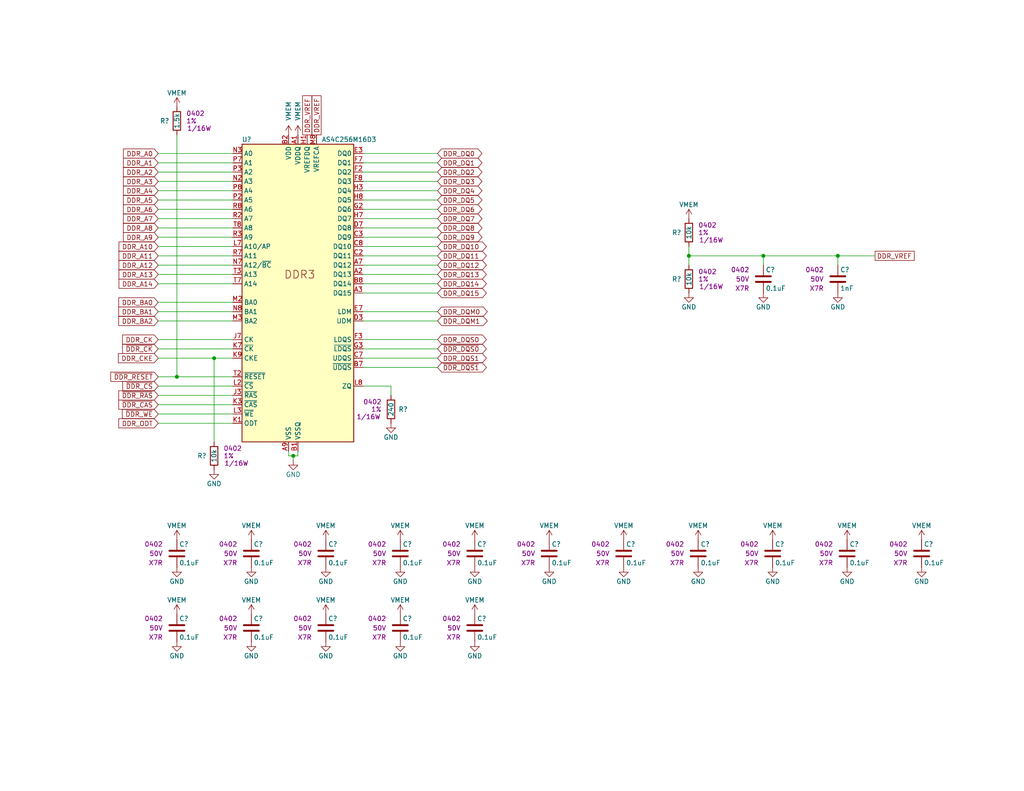
<source format=kicad_sch>
(kicad_sch (version 20211123) (generator eeschema)
  (paper "A")
  (title_block (title "drewSBC") (date "2022-06-26") (rev "PRELIM") (company "Drew Maatman"))
  (lib_symbols
    (symbol "Custom_Library:C_Custom" (pin_numbers hide) (pin_names (offset 0.254))
      (property "Reference" "C" (at 0.635 2.54 0))
      (property "Value" "C_Custom" (at 0.635 -2.54 0))
      (property "display_footprint" "Foot" (at -3.81 2.54 0))
      (property "Voltage" "V" (at -3.81 0 0))
      (property "Dielectric" "Er" (at -3.81 -2.54 0))
      (symbol "C_Custom_0_1"
        (polyline (pts (xy -2.032 -0.762) (xy 2.032 -0.762)) (stroke (width 0.508)))
        (polyline (pts (xy -2.032 0.762) (xy 2.032 0.762)) (stroke (width 0.508)))
      )
      (symbol "C_Custom_1_1"
        (pin passive line (at 0 3.81 270) (length 2.794) (name "~") (number "1"))
        (pin passive line (at 0 -3.81 90) (length 2.794) (name "~") (number "2"))
      )
    )
    (symbol "Custom_Library:R_Custom" (pin_numbers hide) (pin_names (offset 1.016) hide)
      (property "Reference" "R" (at -2.54 0 90))
      (property "Value" "R_Custom" (at 0 0 90))
      (property "display_footprint" "Foot" (at 2.54 0 90))
      (property "Tolerance" "Tol" (at 5.08 0 90))
      (property "Wattage" "W" (at 7.62 0 90))
      (symbol "R_Custom_0_1"
        (rectangle (start 1.016 2.54) (end -1.016 -2.54) (stroke (width 0.254)))
      )
      (symbol "R_Custom_1_1"
        (pin passive line (at 0 3.81 270) (length 1.27) (name "1") (number "1"))
        (pin passive line (at 0 -3.81 90) (length 1.27) (name "2") (number "2"))
      )
    )
    (symbol "Memory_RAM:AS4C256M16D3"
      (property "Reference" "U" (at -13.97 41.91 0))
      (property "Value" "AS4C256M16D3" (at 13.97 41.91 0))
      (symbol "AS4C256M16D3_0_1"
        (rectangle (start -15.24 -40.64) (end 15.24 40.64) (stroke (width 0.254)) (fill (type background)))
        (pin power_in line (at 0 43.18 270) (length 2.54) (name "VDDQ") (number "A1"))
        (pin passive line (at 0 43.18 270) (length 2.54) hide (name "VDDQ") (number "A8"))
        (pin power_in line (at -2.54 -43.18 90) (length 2.54) (name "VSS") (number "A9"))
        (pin power_in line (at 0 -43.18 90) (length 2.54) (name "VSSQ") (number "B1"))
        (pin power_in line (at -2.54 43.18 270) (length 2.54) (name "VDD") (number "B2"))
        (pin passive line (at -2.54 -43.18 90) (length 2.54) hide (name "VSS") (number "B3"))
        (pin passive line (at 0 -43.18 90) (length 2.54) hide (name "VSSQ") (number "B9"))
        (pin passive line (at 0 43.18 270) (length 2.54) hide (name "VDDQ") (number "C1"))
        (pin passive line (at 0 43.18 270) (length 2.54) hide (name "VDDQ") (number "C9"))
        (pin passive line (at 0 -43.18 90) (length 2.54) hide (name "VSSQ") (number "D1"))
        (pin passive line (at 0 43.18 270) (length 2.54) hide (name "VDDQ") (number "D2"))
        (pin passive line (at 0 -43.18 90) (length 2.54) hide (name "VSSQ") (number "D8"))
        (pin passive line (at -2.54 43.18 270) (length 2.54) hide (name "VDD") (number "D9"))
        (pin passive line (at -2.54 -43.18 90) (length 2.54) hide (name "VSS") (number "E1"))
        (pin passive line (at 0 -43.18 90) (length 2.54) hide (name "VSSQ") (number "E2"))
        (pin bidirectional line (at 17.78 38.1 180) (length 2.54) (name "DQ0") (number "E3"))
        (pin passive line (at 0 -43.18 90) (length 2.54) hide (name "VSSQ") (number "E8"))
        (pin passive line (at 0 43.18 270) (length 2.54) hide (name "VDDQ") (number "E9"))
        (pin passive line (at 0 43.18 270) (length 2.54) hide (name "VDDQ") (number "F1"))
        (pin bidirectional line (at 17.78 33.02 180) (length 2.54) (name "DQ2") (number "F2"))
        (pin bidirectional line (at 17.78 35.56 180) (length 2.54) (name "DQ1") (number "F7"))
        (pin bidirectional line (at 17.78 30.48 180) (length 2.54) (name "DQ3") (number "F8"))
        (pin passive line (at 0 -43.18 90) (length 2.54) hide (name "VSSQ") (number "F9"))
        (pin passive line (at 0 -43.18 90) (length 2.54) hide (name "VSSQ") (number "G1"))
        (pin bidirectional line (at 17.78 22.86 180) (length 2.54) (name "DQ6") (number "G2"))
        (pin passive line (at -2.54 43.18 270) (length 2.54) hide (name "VDD") (number "G7"))
        (pin passive line (at -2.54 -43.18 90) (length 2.54) hide (name "VSS") (number "G8"))
        (pin passive line (at 0 -43.18 90) (length 2.54) hide (name "VSSQ") (number "G9"))
        (pin power_in line (at 2.54 43.18 270) (length 2.54) (name "VREFDQ") (number "H1"))
        (pin passive line (at 0 43.18 270) (length 2.54) hide (name "VDDQ") (number "H2"))
        (pin bidirectional line (at 17.78 27.94 180) (length 2.54) (name "DQ4") (number "H3"))
        (pin bidirectional line (at 17.78 20.32 180) (length 2.54) (name "DQ7") (number "H7"))
        (pin bidirectional line (at 17.78 25.4 180) (length 2.54) (name "DQ5") (number "H8"))
        (pin passive line (at 0 43.18 270) (length 2.54) hide (name "VDDQ") (number "H9"))
        (pin passive line (at -2.54 -43.18 90) (length 2.54) hide (name "VSS") (number "J2"))
        (pin passive line (at -2.54 -43.18 90) (length 2.54) hide (name "VSS") (number "J8"))
        (pin passive line (at -2.54 43.18 270) (length 2.54) hide (name "VDD") (number "K2"))
        (pin passive line (at -2.54 43.18 270) (length 2.54) hide (name "VDD") (number "K8"))
        (pin input line (at -17.78 -25.4 0) (length 2.54) (name "~{CS}") (number "L2"))
        (pin input line (at -17.78 12.7 0) (length 2.54) (name "A10/AP") (number "L7"))
        (pin passive line (at -2.54 -43.18 90) (length 2.54) hide (name "VSS") (number "M1"))
        (pin passive line (at -2.54 -43.18 90) (length 2.54) hide (name "VSS") (number "M9"))
        (pin passive line (at -2.54 43.18 270) (length 2.54) hide (name "VDD") (number "N1"))
        (pin input line (at -17.78 30.48 0) (length 2.54) (name "A3") (number "N2"))
        (pin input line (at -17.78 38.1 0) (length 2.54) (name "A0") (number "N3"))
        (pin input line (at -17.78 7.62 0) (length 2.54) (name "A12/~{BC}") (number "N7"))
        (pin passive line (at -2.54 43.18 270) (length 2.54) hide (name "VDD") (number "N9"))
        (pin passive line (at -2.54 -43.18 90) (length 2.54) hide (name "VSS") (number "P1"))
        (pin input line (at -17.78 25.4 0) (length 2.54) (name "A5") (number "P2"))
        (pin input line (at -17.78 33.02 0) (length 2.54) (name "A2") (number "P3"))
        (pin input line (at -17.78 35.56 0) (length 2.54) (name "A1") (number "P7"))
        (pin input line (at -17.78 27.94 0) (length 2.54) (name "A4") (number "P8"))
        (pin passive line (at -2.54 -43.18 90) (length 2.54) hide (name "VSS") (number "P9"))
        (pin passive line (at -2.54 43.18 270) (length 2.54) hide (name "VDD") (number "R1"))
        (pin input line (at -17.78 20.32 0) (length 2.54) (name "A7") (number "R2"))
        (pin input line (at -17.78 15.24 0) (length 2.54) (name "A9") (number "R3"))
        (pin input line (at -17.78 10.16 0) (length 2.54) (name "A11") (number "R7"))
        (pin input line (at -17.78 22.86 0) (length 2.54) (name "A6") (number "R8"))
        (pin passive line (at -2.54 43.18 270) (length 2.54) hide (name "VDD") (number "R9"))
        (pin passive line (at -2.54 -43.18 90) (length 2.54) hide (name "VSS") (number "T1"))
        (pin input line (at -17.78 -22.86 0) (length 2.54) (name "~{RESET}") (number "T2"))
        (pin input line (at -17.78 5.08 0) (length 2.54) (name "A13") (number "T3"))
        (pin input line (at -17.78 2.54 0) (length 2.54) (name "A14") (number "T7"))
        (pin input line (at -17.78 17.78 0) (length 2.54) (name "A8") (number "T8"))
        (pin passive line (at -2.54 -43.18 90) (length 2.54) hide (name "VSS") (number "T9"))
      )
      (symbol "AS4C256M16D3_1_1"
        (text "DDR3" (at -3.81 3.81 0) (effects (font (size 2.1336 2.1336)) (justify left bottom)))
        (pin bidirectional line (at 17.78 5.08 180) (length 2.54) (name "DQ13") (number "A2"))
        (pin bidirectional line (at 17.78 0 180) (length 2.54) (name "DQ15") (number "A3"))
        (pin bidirectional line (at 17.78 7.62 180) (length 2.54) (name "DQ12") (number "A7"))
        (pin bidirectional line (at 17.78 -20.32 180) (length 2.54) (name "~{UDQS}") (number "B7"))
        (pin bidirectional line (at 17.78 2.54 180) (length 2.54) (name "DQ14") (number "B8"))
        (pin bidirectional line (at 17.78 10.16 180) (length 2.54) (name "DQ11") (number "C2"))
        (pin bidirectional line (at 17.78 15.24 180) (length 2.54) (name "DQ9") (number "C3"))
        (pin bidirectional line (at 17.78 -17.78 180) (length 2.54) (name "UDQS") (number "C7"))
        (pin bidirectional line (at 17.78 12.7 180) (length 2.54) (name "DQ10") (number "C8"))
        (pin input line (at 17.78 -7.62 180) (length 2.54) (name "UDM") (number "D3"))
        (pin bidirectional line (at 17.78 17.78 180) (length 2.54) (name "DQ8") (number "D7"))
        (pin input line (at 17.78 -5.08 180) (length 2.54) (name "LDM") (number "E7"))
        (pin bidirectional line (at 17.78 -12.7 180) (length 2.54) (name "LDQS") (number "F3"))
        (pin bidirectional line (at 17.78 -15.24 180) (length 2.54) (name "~{LDQS}") (number "G3"))
        (pin no_connect line (at 15.24 -27.94 180) (length 2.54) hide (name "NC") (number "J1"))
        (pin input line (at -17.78 -27.94 0) (length 2.54) (name "~{RAS}") (number "J3"))
        (pin input line (at -17.78 -12.7 0) (length 2.54) (name "CK") (number "J7"))
        (pin no_connect line (at 15.24 -30.48 180) (length 2.54) hide (name "NC") (number "J9"))
        (pin input line (at -17.78 -35.56 0) (length 2.54) (name "ODT") (number "K1"))
        (pin input line (at -17.78 -30.48 0) (length 2.54) (name "~{CAS}") (number "K3"))
        (pin input line (at -17.78 -15.24 0) (length 2.54) (name "~{CK}") (number "K7"))
        (pin input line (at -17.78 -17.78 0) (length 2.54) (name "CKE") (number "K9"))
        (pin no_connect line (at 15.24 -33.02 180) (length 2.54) hide (name "NC") (number "L1"))
        (pin input line (at -17.78 -33.02 0) (length 2.54) (name "~{WE}") (number "L3"))
        (pin input line (at 17.78 -25.4 180) (length 2.54) (name "ZQ") (number "L8"))
        (pin no_connect line (at 15.24 -35.56 180) (length 2.54) hide (name "NC") (number "L9"))
        (pin input line (at -17.78 -2.54 0) (length 2.54) (name "BA0") (number "M2"))
        (pin input line (at -17.78 -7.62 0) (length 2.54) (name "BA2") (number "M3"))
        (pin no_connect line (at 15.24 -38.1 180) (length 2.54) hide (name "NC") (number "M7"))
        (pin power_in line (at 5.08 43.18 270) (length 2.54) (name "VREFCA") (number "M8"))
        (pin input line (at -17.78 -5.08 0) (length 2.54) (name "BA1") (number "N8"))
      )
    )
    (symbol "power:GND" (power) (pin_names (offset 0))
      (property "Value" "GND" (at 0 -3.81 0))
      (symbol "GND_0_1"
        (polyline (pts (xy 0 0) (xy 0 -1.27) (xy 1.27 -1.27) (xy 0 -2.54) (xy -1.27 -1.27) (xy 0 -1.27)))
      )
      (symbol "GND_1_1"
        (pin power_in line (at 0 0 270) (length 0) hide (name "GND") (number "1"))
      )
    )
    (symbol "power:VMEM" (power) (pin_names (offset 0))
      (property "Value" "VMEM" (at 0 3.81 0))
      (symbol "VMEM_0_1"
        (polyline (pts (xy -0.762 1.27) (xy 0 2.54)))
        (polyline (pts (xy 0 0) (xy 0 2.54)))
        (polyline (pts (xy 0 2.54) (xy 0.762 1.27)))
      )
      (symbol "VMEM_1_1"
        (pin power_in line (at 0 0 90) (length 0) hide (name "VMEM") (number "1"))
      )
    )
  )
  (junction (at 187.96 69.85))
  (junction (at 80.01 124.46))
  (junction (at 58.42 97.79))
  (junction (at 228.6 69.85))
  (junction (at 48.26 102.87))
  (junction (at 208.28 69.85))
  (wire (pts (xy 43.18 67.31) (xy 63.5 67.31)))
  (wire (pts (xy 43.18 54.61) (xy 63.5 54.61)))
  (wire (pts (xy 99.06 41.91) (xy 119.38 41.91)))
  (wire (pts (xy 43.18 92.71) (xy 63.5 92.71)))
  (wire (pts (xy 99.06 80.01) (xy 119.38 80.01)))
  (wire (pts (xy 99.06 95.25) (xy 119.38 95.25)))
  (wire (pts (xy 99.06 59.69) (xy 119.38 59.69)))
  (wire (pts (xy 187.96 67.31) (xy 187.96 69.85)))
  (wire (pts (xy 99.06 92.71) (xy 119.38 92.71)))
  (wire (pts (xy 43.18 49.53) (xy 63.5 49.53)))
  (wire (pts (xy 43.18 72.39) (xy 63.5 72.39)))
  (wire (pts (xy 99.06 49.53) (xy 119.38 49.53)))
  (wire (pts (xy 43.18 46.99) (xy 63.5 46.99)))
  (wire (pts (xy 58.42 97.79) (xy 58.42 120.65)))
  (wire (pts (xy 99.06 72.39) (xy 119.38 72.39)))
  (wire (pts (xy 228.6 69.85) (xy 208.28 69.85)))
  (wire (pts (xy 106.68 107.95) (xy 106.68 105.41)))
  (wire (pts (xy 208.28 72.39) (xy 208.28 69.85)))
  (wire (pts (xy 43.18 57.15) (xy 63.5 57.15)))
  (wire (pts (xy 43.18 74.93) (xy 63.5 74.93)))
  (wire (pts (xy 99.06 74.93) (xy 119.38 74.93)))
  (wire (pts (xy 81.28 124.46) (xy 81.28 123.19)))
  (wire (pts (xy 43.18 110.49) (xy 63.5 110.49)))
  (wire (pts (xy 43.18 115.57) (xy 63.5 115.57)))
  (wire (pts (xy 43.18 95.25) (xy 63.5 95.25)))
  (wire (pts (xy 48.26 102.87) (xy 63.5 102.87)))
  (wire (pts (xy 80.01 124.46) (xy 78.74 124.46)))
  (wire (pts (xy 80.01 124.46) (xy 81.28 124.46)))
  (wire (pts (xy 208.28 69.85) (xy 187.96 69.85)))
  (wire (pts (xy 43.18 77.47) (xy 63.5 77.47)))
  (wire (pts (xy 43.18 82.55) (xy 63.5 82.55)))
  (wire (pts (xy 99.06 54.61) (xy 119.38 54.61)))
  (wire (pts (xy 99.06 100.33) (xy 119.38 100.33)))
  (wire (pts (xy 99.06 46.99) (xy 119.38 46.99)))
  (wire (pts (xy 80.01 125.73) (xy 80.01 124.46)))
  (wire (pts (xy 78.74 124.46) (xy 78.74 123.19)))
  (wire (pts (xy 48.26 36.83) (xy 48.26 102.87)))
  (wire (pts (xy 43.18 62.23) (xy 63.5 62.23)))
  (wire (pts (xy 99.06 87.63) (xy 119.38 87.63)))
  (wire (pts (xy 43.18 97.79) (xy 58.42 97.79)))
  (wire (pts (xy 228.6 72.39) (xy 228.6 69.85)))
  (wire (pts (xy 99.06 64.77) (xy 119.38 64.77)))
  (wire (pts (xy 99.06 67.31) (xy 119.38 67.31)))
  (wire (pts (xy 187.96 69.85) (xy 187.96 72.39)))
  (wire (pts (xy 43.18 69.85) (xy 63.5 69.85)))
  (wire (pts (xy 99.06 69.85) (xy 119.38 69.85)))
  (wire (pts (xy 43.18 87.63) (xy 63.5 87.63)))
  (wire (pts (xy 99.06 97.79) (xy 119.38 97.79)))
  (wire (pts (xy 43.18 105.41) (xy 63.5 105.41)))
  (wire (pts (xy 43.18 85.09) (xy 63.5 85.09)))
  (wire (pts (xy 99.06 44.45) (xy 119.38 44.45)))
  (wire (pts (xy 43.18 107.95) (xy 63.5 107.95)))
  (wire (pts (xy 99.06 77.47) (xy 119.38 77.47)))
  (wire (pts (xy 43.18 64.77) (xy 63.5 64.77)))
  (wire (pts (xy 43.18 113.03) (xy 63.5 113.03)))
  (wire (pts (xy 43.18 59.69) (xy 63.5 59.69)))
  (wire (pts (xy 43.18 102.87) (xy 48.26 102.87)))
  (wire (pts (xy 106.68 105.41) (xy 99.06 105.41)))
  (wire (pts (xy 99.06 62.23) (xy 119.38 62.23)))
  (wire (pts (xy 58.42 97.79) (xy 63.5 97.79)))
  (wire (pts (xy 99.06 57.15) (xy 119.38 57.15)))
  (wire (pts (xy 99.06 85.09) (xy 119.38 85.09)))
  (wire (pts (xy 43.18 44.45) (xy 63.5 44.45)))
  (wire (pts (xy 43.18 52.07) (xy 63.5 52.07)))
  (wire (pts (xy 99.06 52.07) (xy 119.38 52.07)))
  (wire (pts (xy 43.18 41.91) (xy 63.5 41.91)))
  (wire (pts (xy 228.6 69.85) (xy 238.76 69.85)))
  (global_label "DDR_A12" (shape input) (at 43.18 72.39 180) (property "Intersheet References" "${INTERSHEET_REFS}" (at 33.6912 72.3106 0) (effects (justify right))))
  (global_label "DDR_A6" (shape input) (at 43.18 57.15 180) (property "Intersheet References" "${INTERSHEET_REFS}" (at 33.6912 57.0706 0) (effects (justify right))))
  (global_label "~{DDR_WE}" (shape input) (at 43.18 113.03 180) (property "Intersheet References" "${INTERSHEET_REFS}" (at 33.3888 112.9506 0) (effects (justify right))))
  (global_label "DDR_A5" (shape input) (at 43.18 54.61 180) (property "Intersheet References" "${INTERSHEET_REFS}" (at 33.6912 54.5306 0) (effects (justify right))))
  (global_label "DDR_VREF" (shape passive) (at 86.36 36.83 90) (property "Intersheet References" "${INTERSHEET_REFS}" (at 86.2806 25.0431 90) (effects (justify left))))
  (global_label "DDR_A13" (shape input) (at 43.18 74.93 180) (property "Intersheet References" "${INTERSHEET_REFS}" (at 33.6912 74.8506 0) (effects (justify right))))
  (global_label "DDR_A4" (shape input) (at 43.18 52.07 180) (property "Intersheet References" "${INTERSHEET_REFS}" (at 33.6912 51.9906 0) (effects (justify right))))
  (global_label "DDR_DQ1" (shape bidirectional) (at 119.38 44.45 0) (property "Intersheet References" "${INTERSHEET_REFS}" (at 130.3807 44.3706 0) (effects (justify left))))
  (global_label "~{DDR_RESET}" (shape input) (at 43.18 102.87 180) (property "Intersheet References" "${INTERSHEET_REFS}" (at 30.244 102.7906 0) (effects (justify right))))
  (global_label "DDR_DQ0" (shape bidirectional) (at 119.38 41.91 0) (property "Intersheet References" "${INTERSHEET_REFS}" (at 130.3807 41.8306 0) (effects (justify left))))
  (global_label "DDR_DQ2" (shape bidirectional) (at 119.38 46.99 0) (property "Intersheet References" "${INTERSHEET_REFS}" (at 130.3807 46.9106 0) (effects (justify left))))
  (global_label "DDR_DQ8" (shape bidirectional) (at 119.38 62.23 0) (property "Intersheet References" "${INTERSHEET_REFS}" (at 130.3807 62.1506 0) (effects (justify left))))
  (global_label "DDR_DQ9" (shape bidirectional) (at 119.38 64.77 0) (property "Intersheet References" "${INTERSHEET_REFS}" (at 130.3807 64.6906 0) (effects (justify left))))
  (global_label "DDR_DQ6" (shape bidirectional) (at 119.38 57.15 0) (property "Intersheet References" "${INTERSHEET_REFS}" (at 130.3807 57.0706 0) (effects (justify left))))
  (global_label "DDR_CKE" (shape input) (at 43.18 97.79 180) (property "Intersheet References" "${INTERSHEET_REFS}" (at 32.3002 97.7106 0) (effects (justify right))))
  (global_label "DDR_A2" (shape input) (at 43.18 46.99 180) (property "Intersheet References" "${INTERSHEET_REFS}" (at 33.6912 46.9106 0) (effects (justify right))))
  (global_label "DDR_DQ3" (shape bidirectional) (at 119.38 49.53 0) (property "Intersheet References" "${INTERSHEET_REFS}" (at 130.3807 49.4506 0) (effects (justify left))))
  (global_label "DDR_BA0" (shape input) (at 43.18 82.55 180) (property "Intersheet References" "${INTERSHEET_REFS}" (at 32.4212 82.4706 0) (effects (justify right))))
  (global_label "DDR_A11" (shape input) (at 43.18 69.85 180) (property "Intersheet References" "${INTERSHEET_REFS}" (at 33.6912 69.7706 0) (effects (justify right))))
  (global_label "DDR_VREF" (shape passive) (at 238.76 69.85 0) (property "Intersheet References" "${INTERSHEET_REFS}" (at 250.5469 69.7706 0) (effects (justify left))))
  (global_label "~{DDR_DQS0}" (shape bidirectional) (at 119.38 95.25 0) (property "Intersheet References" "${INTERSHEET_REFS}" (at 131.5902 95.1706 0) (effects (justify left))))
  (global_label "~{DDR_CK}" (shape input) (at 43.18 95.25 180) (property "Intersheet References" "${INTERSHEET_REFS}" (at 33.4493 95.1706 0) (effects (justify right))))
  (global_label "DDR_DQ10" (shape bidirectional) (at 119.38 67.31 0) (property "Intersheet References" "${INTERSHEET_REFS}" (at 130.3807 67.2306 0) (effects (justify left))))
  (global_label "DDR_DQ13" (shape bidirectional) (at 119.38 74.93 0) (property "Intersheet References" "${INTERSHEET_REFS}" (at 130.3807 74.8506 0) (effects (justify left))))
  (global_label "~{DDR_CS}" (shape input) (at 43.18 105.41 180) (property "Intersheet References" "${INTERSHEET_REFS}" (at 33.5098 105.3306 0) (effects (justify right))))
  (global_label "DDR_ODT" (shape input) (at 43.18 115.57 180) (property "Intersheet References" "${INTERSHEET_REFS}" (at 32.4212 115.4906 0) (effects (justify right))))
  (global_label "DDR_A3" (shape input) (at 43.18 49.53 180) (property "Intersheet References" "${INTERSHEET_REFS}" (at 33.6912 49.4506 0) (effects (justify right))))
  (global_label "DDR_A9" (shape input) (at 43.18 64.77 180) (property "Intersheet References" "${INTERSHEET_REFS}" (at 33.6912 64.6906 0) (effects (justify right))))
  (global_label "DDR_DQM1" (shape bidirectional) (at 119.38 87.63 0) (property "Intersheet References" "${INTERSHEET_REFS}" (at 131.8321 87.5506 0) (effects (justify left))))
  (global_label "DDR_A0" (shape input) (at 43.18 41.91 180) (property "Intersheet References" "${INTERSHEET_REFS}" (at 33.6912 41.8306 0) (effects (justify right))))
  (global_label "~{DDR_DQS1}" (shape bidirectional) (at 119.38 100.33 0) (property "Intersheet References" "${INTERSHEET_REFS}" (at 131.5902 100.2506 0) (effects (justify left))))
  (global_label "~{DDR_RAS}" (shape input) (at 43.18 107.95 180) (property "Intersheet References" "${INTERSHEET_REFS}" (at 32.4212 107.8706 0) (effects (justify right))))
  (global_label "DDR_DQS1" (shape bidirectional) (at 119.38 97.79 0) (property "Intersheet References" "${INTERSHEET_REFS}" (at 131.5902 97.7106 0) (effects (justify left))))
  (global_label "DDR_DQ12" (shape bidirectional) (at 119.38 72.39 0) (property "Intersheet References" "${INTERSHEET_REFS}" (at 130.3807 72.3106 0) (effects (justify left))))
  (global_label "DDR_DQS0" (shape bidirectional) (at 119.38 92.71 0) (property "Intersheet References" "${INTERSHEET_REFS}" (at 131.5902 92.6306 0) (effects (justify left))))
  (global_label "DDR_DQ4" (shape bidirectional) (at 119.38 52.07 0) (property "Intersheet References" "${INTERSHEET_REFS}" (at 130.3807 51.9906 0) (effects (justify left))))
  (global_label "DDR_DQ7" (shape bidirectional) (at 119.38 59.69 0) (property "Intersheet References" "${INTERSHEET_REFS}" (at 130.3807 59.6106 0) (effects (justify left))))
  (global_label "DDR_BA2" (shape input) (at 43.18 87.63 180) (property "Intersheet References" "${INTERSHEET_REFS}" (at 32.4212 87.5506 0) (effects (justify right))))
  (global_label "DDR_DQ11" (shape bidirectional) (at 119.38 69.85 0) (property "Intersheet References" "${INTERSHEET_REFS}" (at 130.3807 69.7706 0) (effects (justify left))))
  (global_label "DDR_DQ14" (shape bidirectional) (at 119.38 77.47 0) (property "Intersheet References" "${INTERSHEET_REFS}" (at 130.3807 77.3906 0) (effects (justify left))))
  (global_label "DDR_BA1" (shape input) (at 43.18 85.09 180) (property "Intersheet References" "${INTERSHEET_REFS}" (at 32.4212 85.0106 0) (effects (justify right))))
  (global_label "DDR_A10" (shape input) (at 43.18 67.31 180) (property "Intersheet References" "${INTERSHEET_REFS}" (at 33.6912 67.2306 0) (effects (justify right))))
  (global_label "~{DDR_CAS}" (shape input) (at 43.18 110.49 180) (property "Intersheet References" "${INTERSHEET_REFS}" (at 32.4212 110.4106 0) (effects (justify right))))
  (global_label "DDR_VREF" (shape passive) (at 83.82 36.83 90) (property "Intersheet References" "${INTERSHEET_REFS}" (at 83.7406 25.0431 90) (effects (justify left))))
  (global_label "DDR_A1" (shape input) (at 43.18 44.45 180) (property "Intersheet References" "${INTERSHEET_REFS}" (at 33.6912 44.3706 0) (effects (justify right))))
  (global_label "DDR_DQ5" (shape bidirectional) (at 119.38 54.61 0) (property "Intersheet References" "${INTERSHEET_REFS}" (at 130.3807 54.5306 0) (effects (justify left))))
  (global_label "DDR_A14" (shape input) (at 43.18 77.47 180) (property "Intersheet References" "${INTERSHEET_REFS}" (at 33.6912 77.3906 0) (effects (justify right))))
  (global_label "DDR_A8" (shape input) (at 43.18 62.23 180) (property "Intersheet References" "${INTERSHEET_REFS}" (at 33.6912 62.1506 0) (effects (justify right))))
  (global_label "DDR_DQM0" (shape bidirectional) (at 119.38 85.09 0) (property "Intersheet References" "${INTERSHEET_REFS}" (at 131.8321 85.0106 0) (effects (justify left))))
  (global_label "DDR_DQ15" (shape bidirectional) (at 119.38 80.01 0) (property "Intersheet References" "${INTERSHEET_REFS}" (at 130.3807 79.9306 0) (effects (justify left))))
  (global_label "DDR_A7" (shape input) (at 43.18 59.69 180) (property "Intersheet References" "${INTERSHEET_REFS}" (at 33.6912 59.6106 0) (effects (justify right))))
  (global_label "DDR_CK" (shape input) (at 43.18 92.71 180) (property "Intersheet References" "${INTERSHEET_REFS}" (at 33.4493 92.6306 0) (effects (justify right))))
  (symbol (lib_id "Custom_Library:C_Custom") (at 48.26 151.13 0) (unit 1)
    (property "Reference" "C?" (at 48.895 148.59 0) (effects (justify left)))
    (property "Value" "0.1uF" (at 48.895 153.67 0) (effects (justify left)))
    (property "Footprint" "Capacitors_SMD:C_0402" (effects hide))
    (property "display_footprint" "0402" (at 44.45 148.59 0) (effects (justify right)))
    (property "Voltage" "50V" (at 44.45 151.13 0) (effects (justify right)))
    (property "Dielectric" "X7R" (at 44.45 153.67 0) (effects (justify right)))
    (property "Digi-Key PN" "490-10698-1-ND" (effects hide))
  )
  (symbol (lib_id "power:GND") (at 58.42 128.27 0) (unit 1)
    (property "Reference" "#PWR?" (effects hide))
    (property "Value" "GND" (at 58.42 132.08 0))
  )
  (symbol (lib_id "Custom_Library:C_Custom") (at 228.6 76.2 0) (unit 1)
    (property "Reference" "C?" (at 229.235 73.66 0) (effects (justify left)))
    (property "Value" "1nF" (at 229.235 78.74 0) (effects (justify left)))
    (property "Footprint" "Capacitors_SMD:C_0402" (effects hide))
    (property "display_footprint" "0402" (at 224.79 73.66 0) (effects (justify right)))
    (property "Voltage" "50V" (at 224.79 76.2 0) (effects (justify right)))
    (property "Dielectric" "X7R" (at 224.79 78.74 0) (effects (justify right)))
  )
  (symbol (lib_id "Custom_Library:C_Custom") (at 48.26 171.45 0) (unit 1)
    (property "Reference" "C?" (at 48.895 168.91 0) (effects (justify left)))
    (property "Value" "0.1uF" (at 48.895 173.99 0) (effects (justify left)))
    (property "Footprint" "Capacitors_SMD:C_0402" (effects hide))
    (property "display_footprint" "0402" (at 44.45 168.91 0) (effects (justify right)))
    (property "Voltage" "50V" (at 44.45 171.45 0) (effects (justify right)))
    (property "Dielectric" "X7R" (at 44.45 173.99 0) (effects (justify right)))
    (property "Digi-Key PN" "490-10698-1-ND" (effects hide))
  )
  (symbol (lib_id "Custom_Library:C_Custom") (at 129.54 171.45 0) (unit 1)
    (property "Reference" "C?" (at 130.175 168.91 0) (effects (justify left)))
    (property "Value" "0.1uF" (at 130.175 173.99 0) (effects (justify left)))
    (property "Footprint" "Capacitors_SMD:C_0402" (effects hide))
    (property "display_footprint" "0402" (at 125.73 168.91 0) (effects (justify right)))
    (property "Voltage" "50V" (at 125.73 171.45 0) (effects (justify right)))
    (property "Dielectric" "X7R" (at 125.73 173.99 0) (effects (justify right)))
    (property "Digi-Key PN" "490-10698-1-ND" (effects hide))
  )
  (symbol (lib_id "power:VMEM") (at 88.9 147.32 0) (unit 1)
    (property "Reference" "#PWR?" (effects hide))
    (property "Value" "VMEM" (at 88.9 143.51 0))
  )
  (symbol (lib_id "Custom_Library:C_Custom") (at 170.18 151.13 0) (unit 1)
    (property "Reference" "C?" (at 170.815 148.59 0) (effects (justify left)))
    (property "Value" "0.1uF" (at 170.815 153.67 0) (effects (justify left)))
    (property "Footprint" "Capacitors_SMD:C_0402" (effects hide))
    (property "display_footprint" "0402" (at 166.37 148.59 0) (effects (justify right)))
    (property "Voltage" "50V" (at 166.37 151.13 0) (effects (justify right)))
    (property "Dielectric" "X7R" (at 166.37 153.67 0) (effects (justify right)))
    (property "Digi-Key PN" "490-10698-1-ND" (effects hide))
  )
  (symbol (lib_id "Custom_Library:R_Custom") (at 48.26 33.02 0) (unit 1)
    (property "Reference" "R?" (at 46.228 33.02 0) (effects (justify right)))
    (property "Value" "1.5k" (at 48.26 33.02 90))
    (property "Footprint" "Resistors_SMD:R_0402" (effects hide))
    (property "display_footprint" "0402" (at 50.8 30.988 0) (effects (justify left)))
    (property "Tolerance" "1%" (at 50.8 33.02 0) (effects (justify left)))
    (property "Wattage" "1/16W" (at 51.054 35.052 0) (effects (justify left)))
  )
  (symbol (lib_id "power:VMEM") (at 68.58 167.64 0) (unit 1)
    (property "Reference" "#PWR?" (effects hide))
    (property "Value" "VMEM" (at 68.58 163.83 0))
  )
  (symbol (lib_id "Custom_Library:C_Custom") (at 210.82 151.13 0) (unit 1)
    (property "Reference" "C?" (at 211.455 148.59 0) (effects (justify left)))
    (property "Value" "0.1uF" (at 211.455 153.67 0) (effects (justify left)))
    (property "Footprint" "Capacitors_SMD:C_0402" (effects hide))
    (property "display_footprint" "0402" (at 207.01 148.59 0) (effects (justify right)))
    (property "Voltage" "50V" (at 207.01 151.13 0) (effects (justify right)))
    (property "Dielectric" "X7R" (at 207.01 153.67 0) (effects (justify right)))
    (property "Digi-Key PN" "490-10698-1-ND" (effects hide))
  )
  (symbol (lib_id "Custom_Library:R_Custom") (at 58.42 124.46 0) (unit 1)
    (property "Reference" "R?" (at 56.388 124.46 0) (effects (justify right)))
    (property "Value" "10k" (at 58.42 124.46 90))
    (property "Footprint" "Resistors_SMD:R_0402" (effects hide))
    (property "display_footprint" "0402" (at 60.96 122.428 0) (effects (justify left)))
    (property "Tolerance" "1%" (at 60.96 124.46 0) (effects (justify left)))
    (property "Wattage" "1/16W" (at 61.214 126.492 0) (effects (justify left)))
    (property "Digi-Key PN" "RMCF0402FT10K0CT-ND" (effects hide))
  )
  (symbol (lib_id "power:VMEM") (at 251.46 147.32 0) (unit 1)
    (property "Reference" "#PWR?" (effects hide))
    (property "Value" "VMEM" (at 251.46 143.51 0))
  )
  (symbol (lib_id "power:VMEM") (at 149.86 147.32 0) (unit 1)
    (property "Reference" "#PWR?" (effects hide))
    (property "Value" "VMEM" (at 149.86 143.51 0))
  )
  (symbol (lib_id "power:VMEM") (at 109.22 147.32 0) (unit 1)
    (property "Reference" "#PWR?" (effects hide))
    (property "Value" "VMEM" (at 109.22 143.51 0))
  )
  (symbol (lib_id "power:GND") (at 129.54 154.94 0) (unit 1)
    (property "Reference" "#PWR?" (effects hide))
    (property "Value" "GND" (at 129.54 158.75 0))
  )
  (symbol (lib_id "power:GND") (at 228.6 80.01 0) (unit 1)
    (property "Reference" "#PWR?" (effects hide))
    (property "Value" "GND" (at 228.6 83.82 0))
  )
  (symbol (lib_id "power:GND") (at 48.26 154.94 0) (unit 1)
    (property "Reference" "#PWR?" (effects hide))
    (property "Value" "GND" (at 48.26 158.75 0))
  )
  (symbol (lib_id "power:VMEM") (at 48.26 167.64 0) (unit 1)
    (property "Reference" "#PWR?" (effects hide))
    (property "Value" "VMEM" (at 48.26 163.83 0))
  )
  (symbol (lib_id "Custom_Library:C_Custom") (at 251.46 151.13 0) (unit 1)
    (property "Reference" "C?" (at 252.095 148.59 0) (effects (justify left)))
    (property "Value" "0.1uF" (at 252.095 153.67 0) (effects (justify left)))
    (property "Footprint" "Capacitors_SMD:C_0402" (effects hide))
    (property "display_footprint" "0402" (at 247.65 148.59 0) (effects (justify right)))
    (property "Voltage" "50V" (at 247.65 151.13 0) (effects (justify right)))
    (property "Dielectric" "X7R" (at 247.65 153.67 0) (effects (justify right)))
    (property "Digi-Key PN" "490-10698-1-ND" (effects hide))
  )
  (symbol (lib_id "power:VMEM") (at 129.54 167.64 0) (unit 1)
    (property "Reference" "#PWR?" (effects hide))
    (property "Value" "VMEM" (at 129.54 163.83 0))
  )
  (symbol (lib_id "Custom_Library:C_Custom") (at 109.22 151.13 0) (unit 1)
    (property "Reference" "C?" (at 109.855 148.59 0) (effects (justify left)))
    (property "Value" "0.1uF" (at 109.855 153.67 0) (effects (justify left)))
    (property "Footprint" "Capacitors_SMD:C_0402" (effects hide))
    (property "display_footprint" "0402" (at 105.41 148.59 0) (effects (justify right)))
    (property "Voltage" "50V" (at 105.41 151.13 0) (effects (justify right)))
    (property "Dielectric" "X7R" (at 105.41 153.67 0) (effects (justify right)))
    (property "Digi-Key PN" "490-10698-1-ND" (effects hide))
  )
  (symbol (lib_id "power:GND") (at 88.9 175.26 0) (unit 1)
    (property "Reference" "#PWR?" (effects hide))
    (property "Value" "GND" (at 88.9 179.07 0))
  )
  (symbol (lib_id "power:GND") (at 251.46 154.94 0) (unit 1)
    (property "Reference" "#PWR?" (effects hide))
    (property "Value" "GND" (at 251.46 158.75 0))
  )
  (symbol (lib_id "Custom_Library:C_Custom") (at 68.58 171.45 0) (unit 1)
    (property "Reference" "C?" (at 69.215 168.91 0) (effects (justify left)))
    (property "Value" "0.1uF" (at 69.215 173.99 0) (effects (justify left)))
    (property "Footprint" "Capacitors_SMD:C_0402" (effects hide))
    (property "display_footprint" "0402" (at 64.77 168.91 0) (effects (justify right)))
    (property "Voltage" "50V" (at 64.77 171.45 0) (effects (justify right)))
    (property "Dielectric" "X7R" (at 64.77 173.99 0) (effects (justify right)))
    (property "Digi-Key PN" "490-10698-1-ND" (effects hide))
  )
  (symbol (lib_id "power:GND") (at 48.26 175.26 0) (unit 1)
    (property "Reference" "#PWR?" (effects hide))
    (property "Value" "GND" (at 48.26 179.07 0))
  )
  (symbol (lib_id "Memory_RAM:AS4C256M16D3") (at 81.28 80.01 0) (unit 1)
    (property "Reference" "U?" (at 67.31 38.1 0))
    (property "Value" "AS4C256M16D3" (at 95.25 38.1 0))
    (property "Footprint" "Package_BGA:BGA-96_9.0x13.0mm_Layout2x3x16_P0.8mm" (effects hide))
    (property "Datasheet" "https://www.alliancememory.com/wp-content/uploads/pdf/ddr3/4GB-AS4C256M16D3.pdf" (effects hide))
  )
  (symbol (lib_id "power:GND") (at 109.22 175.26 0) (unit 1)
    (property "Reference" "#PWR?" (effects hide))
    (property "Value" "GND" (at 109.22 179.07 0))
  )
  (symbol (lib_id "Custom_Library:C_Custom") (at 129.54 151.13 0) (unit 1)
    (property "Reference" "C?" (at 130.175 148.59 0) (effects (justify left)))
    (property "Value" "0.1uF" (at 130.175 153.67 0) (effects (justify left)))
    (property "Footprint" "Capacitors_SMD:C_0402" (effects hide))
    (property "display_footprint" "0402" (at 125.73 148.59 0) (effects (justify right)))
    (property "Voltage" "50V" (at 125.73 151.13 0) (effects (justify right)))
    (property "Dielectric" "X7R" (at 125.73 153.67 0) (effects (justify right)))
    (property "Digi-Key PN" "490-10698-1-ND" (effects hide))
  )
  (symbol (lib_id "power:VMEM") (at 190.5 147.32 0) (unit 1)
    (property "Reference" "#PWR?" (effects hide))
    (property "Value" "VMEM" (at 190.5 143.51 0))
  )
  (symbol (lib_id "power:GND") (at 231.14 154.94 0) (unit 1)
    (property "Reference" "#PWR?" (effects hide))
    (property "Value" "GND" (at 231.14 158.75 0))
  )
  (symbol (lib_id "power:VMEM") (at 48.26 29.21 0) (unit 1)
    (property "Reference" "#PWR?" (effects hide))
    (property "Value" "VMEM" (at 48.26 25.4 0))
  )
  (symbol (lib_id "Custom_Library:C_Custom") (at 88.9 151.13 0) (unit 1)
    (property "Reference" "C?" (at 89.535 148.59 0) (effects (justify left)))
    (property "Value" "0.1uF" (at 89.535 153.67 0) (effects (justify left)))
    (property "Footprint" "Capacitors_SMD:C_0402" (effects hide))
    (property "display_footprint" "0402" (at 85.09 148.59 0) (effects (justify right)))
    (property "Voltage" "50V" (at 85.09 151.13 0) (effects (justify right)))
    (property "Dielectric" "X7R" (at 85.09 153.67 0) (effects (justify right)))
    (property "Digi-Key PN" "490-10698-1-ND" (effects hide))
  )
  (symbol (lib_id "Custom_Library:R_Custom") (at 187.96 63.5 0) (unit 1)
    (property "Reference" "R?" (at 185.928 63.5 0) (effects (justify right)))
    (property "Value" "10k" (at 187.96 63.5 90))
    (property "Footprint" "Resistors_SMD:R_0402" (effects hide))
    (property "display_footprint" "0402" (at 190.5 61.468 0) (effects (justify left)))
    (property "Tolerance" "1%" (at 190.5 63.5 0) (effects (justify left)))
    (property "Wattage" "1/16W" (at 190.754 65.532 0) (effects (justify left)))
    (property "Digi-Key PN" "RMCF0402FT10K0CT-ND" (effects hide))
  )
  (symbol (lib_id "Custom_Library:C_Custom") (at 190.5 151.13 0) (unit 1)
    (property "Reference" "C?" (at 191.135 148.59 0) (effects (justify left)))
    (property "Value" "0.1uF" (at 191.135 153.67 0) (effects (justify left)))
    (property "Footprint" "Capacitors_SMD:C_0402" (effects hide))
    (property "display_footprint" "0402" (at 186.69 148.59 0) (effects (justify right)))
    (property "Voltage" "50V" (at 186.69 151.13 0) (effects (justify right)))
    (property "Dielectric" "X7R" (at 186.69 153.67 0) (effects (justify right)))
    (property "Digi-Key PN" "490-10698-1-ND" (effects hide))
  )
  (symbol (lib_id "Custom_Library:R_Custom") (at 106.68 111.76 0) (mirror y) (unit 1)
    (property "Reference" "R?" (at 108.712 111.76 0) (effects (justify right)))
    (property "Value" "240" (at 106.68 111.76 90))
    (property "Footprint" "Resistors_SMD:R_0402" (effects hide))
    (property "display_footprint" "0402" (at 104.14 109.728 0) (effects (justify left)))
    (property "Tolerance" "1%" (at 104.14 111.76 0) (effects (justify left)))
    (property "Wattage" "1/16W" (at 103.886 113.792 0) (effects (justify left)))
  )
  (symbol (lib_id "power:VMEM") (at 78.74 36.83 0) (unit 1)
    (property "Reference" "#PWR?" (effects hide))
    (property "Value" "VMEM" (at 78.74 33.02 90) (effects (justify left)))
  )
  (symbol (lib_id "power:GND") (at 149.86 154.94 0) (unit 1)
    (property "Reference" "#PWR?" (effects hide))
    (property "Value" "GND" (at 149.86 158.75 0))
  )
  (symbol (lib_id "Custom_Library:C_Custom") (at 231.14 151.13 0) (unit 1)
    (property "Reference" "C?" (at 231.775 148.59 0) (effects (justify left)))
    (property "Value" "0.1uF" (at 231.775 153.67 0) (effects (justify left)))
    (property "Footprint" "Capacitors_SMD:C_0402" (effects hide))
    (property "display_footprint" "0402" (at 227.33 148.59 0) (effects (justify right)))
    (property "Voltage" "50V" (at 227.33 151.13 0) (effects (justify right)))
    (property "Dielectric" "X7R" (at 227.33 153.67 0) (effects (justify right)))
    (property "Digi-Key PN" "490-10698-1-ND" (effects hide))
  )
  (symbol (lib_id "power:VMEM") (at 210.82 147.32 0) (unit 1)
    (property "Reference" "#PWR?" (effects hide))
    (property "Value" "VMEM" (at 210.82 143.51 0))
  )
  (symbol (lib_id "Custom_Library:C_Custom") (at 109.22 171.45 0) (unit 1)
    (property "Reference" "C?" (at 109.855 168.91 0) (effects (justify left)))
    (property "Value" "0.1uF" (at 109.855 173.99 0) (effects (justify left)))
    (property "Footprint" "Capacitors_SMD:C_0402" (effects hide))
    (property "display_footprint" "0402" (at 105.41 168.91 0) (effects (justify right)))
    (property "Voltage" "50V" (at 105.41 171.45 0) (effects (justify right)))
    (property "Dielectric" "X7R" (at 105.41 173.99 0) (effects (justify right)))
    (property "Digi-Key PN" "490-10698-1-ND" (effects hide))
  )
  (symbol (lib_id "power:VMEM") (at 170.18 147.32 0) (unit 1)
    (property "Reference" "#PWR?" (effects hide))
    (property "Value" "VMEM" (at 170.18 143.51 0))
  )
  (symbol (lib_id "power:GND") (at 80.01 125.73 0) (unit 1)
    (property "Reference" "#PWR?" (effects hide))
    (property "Value" "GND" (at 80.01 129.54 0))
  )
  (symbol (lib_id "power:GND") (at 187.96 80.01 0) (unit 1)
    (property "Reference" "#PWR?" (effects hide))
    (property "Value" "GND" (at 187.96 83.82 0))
  )
  (symbol (lib_id "Custom_Library:C_Custom") (at 88.9 171.45 0) (unit 1)
    (property "Reference" "C?" (at 89.535 168.91 0) (effects (justify left)))
    (property "Value" "0.1uF" (at 89.535 173.99 0) (effects (justify left)))
    (property "Footprint" "Capacitors_SMD:C_0402" (effects hide))
    (property "display_footprint" "0402" (at 85.09 168.91 0) (effects (justify right)))
    (property "Voltage" "50V" (at 85.09 171.45 0) (effects (justify right)))
    (property "Dielectric" "X7R" (at 85.09 173.99 0) (effects (justify right)))
    (property "Digi-Key PN" "490-10698-1-ND" (effects hide))
  )
  (symbol (lib_id "power:VMEM") (at 48.26 147.32 0) (unit 1)
    (property "Reference" "#PWR?" (effects hide))
    (property "Value" "VMEM" (at 48.26 143.51 0))
  )
  (symbol (lib_id "Custom_Library:C_Custom") (at 149.86 151.13 0) (unit 1)
    (property "Reference" "C?" (at 150.495 148.59 0) (effects (justify left)))
    (property "Value" "0.1uF" (at 150.495 153.67 0) (effects (justify left)))
    (property "Footprint" "Capacitors_SMD:C_0402" (effects hide))
    (property "display_footprint" "0402" (at 146.05 148.59 0) (effects (justify right)))
    (property "Voltage" "50V" (at 146.05 151.13 0) (effects (justify right)))
    (property "Dielectric" "X7R" (at 146.05 153.67 0) (effects (justify right)))
    (property "Digi-Key PN" "490-10698-1-ND" (effects hide))
  )
  (symbol (lib_id "power:GND") (at 208.28 80.01 0) (unit 1)
    (property "Reference" "#PWR?" (effects hide))
    (property "Value" "GND" (at 208.28 83.82 0))
  )
  (symbol (lib_id "power:VMEM") (at 81.28 36.83 0) (unit 1)
    (property "Reference" "#PWR?" (effects hide))
    (property "Value" "VMEM" (at 81.28 33.02 90) (effects (justify left)))
  )
  (symbol (lib_id "power:VMEM") (at 231.14 147.32 0) (unit 1)
    (property "Reference" "#PWR?" (effects hide))
    (property "Value" "VMEM" (at 231.14 143.51 0))
  )
  (symbol (lib_id "Custom_Library:R_Custom") (at 187.96 76.2 0) (unit 1)
    (property "Reference" "R?" (at 185.928 76.2 0) (effects (justify right)))
    (property "Value" "10k" (at 187.96 76.2 90))
    (property "Footprint" "Resistors_SMD:R_0402" (effects hide))
    (property "display_footprint" "0402" (at 190.5 74.168 0) (effects (justify left)))
    (property "Tolerance" "1%" (at 190.5 76.2 0) (effects (justify left)))
    (property "Wattage" "1/16W" (at 190.754 78.232 0) (effects (justify left)))
    (property "Digi-Key PN" "RMCF0402FT10K0CT-ND" (effects hide))
  )
  (symbol (lib_id "Custom_Library:C_Custom") (at 208.28 76.2 0) (unit 1)
    (property "Reference" "C?" (at 208.915 73.66 0) (effects (justify left)))
    (property "Value" "0.1uF" (at 208.915 78.74 0) (effects (justify left)))
    (property "Footprint" "Capacitors_SMD:C_0402" (effects hide))
    (property "display_footprint" "0402" (at 204.47 73.66 0) (effects (justify right)))
    (property "Voltage" "50V" (at 204.47 76.2 0) (effects (justify right)))
    (property "Dielectric" "X7R" (at 204.47 78.74 0) (effects (justify right)))
    (property "Digi-Key PN" "490-10698-1-ND" (effects hide))
  )
  (symbol (lib_id "power:GND") (at 106.68 115.57 0) (unit 1)
    (property "Reference" "#PWR?" (effects hide))
    (property "Value" "GND" (at 106.68 119.38 0))
  )
  (symbol (lib_id "power:GND") (at 129.54 175.26 0) (unit 1)
    (property "Reference" "#PWR?" (effects hide))
    (property "Value" "GND" (at 129.54 179.07 0))
  )
  (symbol (lib_id "power:VMEM") (at 88.9 167.64 0) (unit 1)
    (property "Reference" "#PWR?" (effects hide))
    (property "Value" "VMEM" (at 88.9 163.83 0))
  )
  (symbol (lib_id "power:GND") (at 68.58 175.26 0) (unit 1)
    (property "Reference" "#PWR?" (effects hide))
    (property "Value" "GND" (at 68.58 179.07 0))
  )
  (symbol (lib_id "power:GND") (at 68.58 154.94 0) (unit 1)
    (property "Reference" "#PWR?" (effects hide))
    (property "Value" "GND" (at 68.58 158.75 0))
  )
  (symbol (lib_id "power:VMEM") (at 68.58 147.32 0) (unit 1)
    (property "Reference" "#PWR?" (effects hide))
    (property "Value" "VMEM" (at 68.58 143.51 0))
  )
  (symbol (lib_id "power:VMEM") (at 129.54 147.32 0) (unit 1)
    (property "Reference" "#PWR?" (effects hide))
    (property "Value" "VMEM" (at 129.54 143.51 0))
  )
  (symbol (lib_id "power:GND") (at 109.22 154.94 0) (unit 1)
    (property "Reference" "#PWR?" (effects hide))
    (property "Value" "GND" (at 109.22 158.75 0))
  )
  (symbol (lib_id "power:GND") (at 210.82 154.94 0) (unit 1)
    (property "Reference" "#PWR?" (effects hide))
    (property "Value" "GND" (at 210.82 158.75 0))
  )
  (symbol (lib_id "power:GND") (at 170.18 154.94 0) (unit 1)
    (property "Reference" "#PWR?" (effects hide))
    (property "Value" "GND" (at 170.18 158.75 0))
  )
  (symbol (lib_id "power:GND") (at 88.9 154.94 0) (unit 1)
    (property "Reference" "#PWR?" (effects hide))
    (property "Value" "GND" (at 88.9 158.75 0))
  )
  (symbol (lib_id "power:VMEM") (at 109.22 167.64 0) (unit 1)
    (property "Reference" "#PWR?" (effects hide))
    (property "Value" "VMEM" (at 109.22 163.83 0))
  )
  (symbol (lib_id "Custom_Library:C_Custom") (at 68.58 151.13 0) (unit 1)
    (property "Reference" "C?" (at 69.215 148.59 0) (effects (justify left)))
    (property "Value" "0.1uF" (at 69.215 153.67 0) (effects (justify left)))
    (property "Footprint" "Capacitors_SMD:C_0402" (effects hide))
    (property "display_footprint" "0402" (at 64.77 148.59 0) (effects (justify right)))
    (property "Voltage" "50V" (at 64.77 151.13 0) (effects (justify right)))
    (property "Dielectric" "X7R" (at 64.77 153.67 0) (effects (justify right)))
    (property "Digi-Key PN" "490-10698-1-ND" (effects hide))
  )
  (symbol (lib_id "power:VMEM") (at 187.96 59.69 0) (unit 1)
    (property "Reference" "#PWR?" (effects hide))
    (property "Value" "VMEM" (at 187.96 55.88 0))
  )
  (symbol (lib_id "power:GND") (at 190.5 154.94 0) (unit 1)
    (property "Reference" "#PWR?" (effects hide))
    (property "Value" "GND" (at 190.5 158.75 0))
  )
)
</source>
